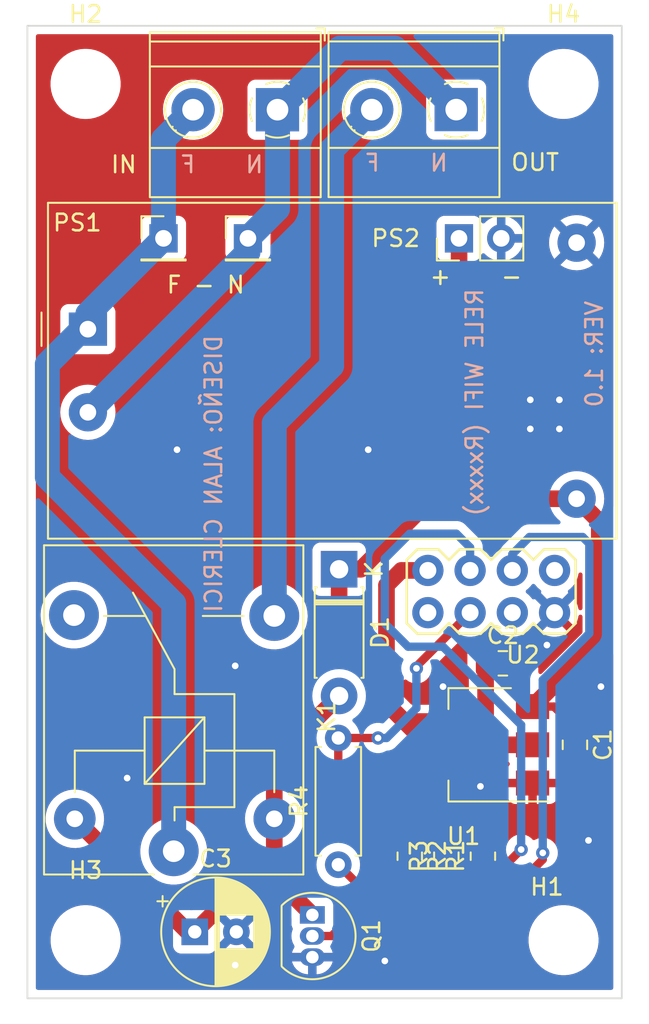
<source format=kicad_pcb>
(kicad_pcb (version 20211014) (generator pcbnew)
  (layers (0 "F.Cu" signal) (31 "B.Cu" signal) (34 "B.Paste" user) (35 "F.Paste" user) (36 "B.SilkS" user "B.Silkscreen") (37 "F.SilkS" user "F.Silkscreen") (38 "B.Mask" user) (39 "F.Mask" user) (44 "Edge.Cuts" user))
  (net 0 "")
  (net 1 "+5V")
  (net 2 "GND")
  (net 3 "+3.3V")
  (net 4 "Net-(D1-Pad2)")
  (net 5 "AC")
  (net 6 "Earth")
  (net 7 "Net-(J5-Pad2)")
  (net 9 "Net-(Q1-Pad2)")
  (net 10 "Net-(R1-Pad1)")
  (net 11 "out")
  (net 12 "Net-(R3-Pad1)")
  (footprint "Package_TO_SOT_THT:TO-92_Inline" (layer "F.Cu") (at 100.14 90.73 -90)
    (fp_text reference "Q1" (at 1.27 -3.56 90) (layer "F.SilkS"))
    (fp_text value "BC548")
    (fp_line (start -0.53 1.85) (end 3.07 1.85) (layer "F.SilkS") (width 0.12))
    (fp_arc (start 1.27 -2.6) (mid 3.672087 -0.994977) (end 3.108478 1.838478) (layer "F.SilkS") (width 0.12))
    (fp_arc (start -0.568478 1.838478) (mid -1.132087 -0.994977) (end 1.27 -2.6) (layer "F.SilkS") (width 0.12))
    (pad "1" thru_hole rect (at 0 0 270) (size 1.05 1.5) (drill 0.75) (layers *.Cu *.Mask) (net 4 "Net-(D1-Pad2)"))
    (pad "2" thru_hole oval (at 1.27 0 270) (size 1.05 1.5) (drill 0.75) (layers *.Cu *.Mask) (net 9 "Net-(Q1-Pad2)"))
    (pad "3" thru_hole oval (at 2.54 0 270) (size 1.05 1.5) (drill 0.75) (layers *.Cu *.Mask) (net 2 "GND"))
  )
  (footprint "MountingHole:MountingHole_3.2mm_M3" (layer "F.Cu") (at 86.5 40.75)
    (fp_text reference "H2" (at 0 -4.2) (layer "F.SilkS"))
    (fp_text value "MountingHole")
    (pad "" np_thru_hole circle (at 0 0) (size 3.2 3.2) (drill 3.2) (layers *.Cu *.Mask))
  )
  (footprint "Resistor_THT:R_Axial_DIN0207_L6.3mm_D2.5mm_P7.62mm_Horizontal" (layer "F.Cu") (at 101.7 87.71 90)
    (fp_text reference "R4" (at 3.81 -2.37 90) (layer "F.SilkS"))
    (fp_text value "3K9")
    (fp_line (start 0.54 1.37) (end 7.08 1.37) (layer "F.SilkS") (width 0.12))
    (fp_line (start 0.54 1.04) (end 0.54 1.37) (layer "F.SilkS") (width 0.12))
    (fp_line (start 0.54 -1.04) (end 0.54 -1.37) (layer "F.SilkS") (width 0.12))
    (fp_line (start 0.54 -1.37) (end 7.08 -1.37) (layer "F.SilkS") (width 0.12))
    (fp_line (start 7.08 -1.37) (end 7.08 -1.04) (layer "F.SilkS") (width 0.12))
    (fp_line (start 7.08 1.37) (end 7.08 1.04) (layer "F.SilkS") (width 0.12))
    (pad "1" thru_hole circle (at 0 0 90) (size 1.6 1.6) (drill 0.8) (layers *.Cu *.Mask) (net 9 "Net-(Q1-Pad2)"))
    (pad "2" thru_hole oval (at 7.62 0 90) (size 1.6 1.6) (drill 0.8) (layers *.Cu *.Mask) (net 11 "out"))
  )
  (footprint "Resistor_SMD:R_0805_2012Metric_Pad1.20x1.40mm_HandSolder" (layer "F.Cu") (at 108.2 87.2 90)
    (fp_text reference "R3" (at 0 -1.65 90) (layer "F.SilkS"))
    (fp_text value "10K")
    (fp_line (start -0.227064 0.735) (end 0.227064 0.735) (layer "F.SilkS") (width 0.12))
    (fp_line (start -0.227064 -0.735) (end 0.227064 -0.735) (layer "F.SilkS") (width 0.12))
    (pad "1" smd roundrect (at -1 0 90) (size 1.2 1.4) (layers "F.Cu" "F.Paste" "F.Mask") (roundrect_rratio 0.208333) (net 12 "Net-(R3-Pad1)"))
    (pad "2" smd roundrect (at 1 0 90) (size 1.2 1.4) (layers "F.Cu" "F.Paste" "F.Mask") (roundrect_rratio 0.208333) (net 3 "+3.3V"))
  )
  (footprint "MountingHole:MountingHole_3.2mm_M3" (layer "F.Cu") (at 115.25 92.25)
    (fp_text reference "H1" (at -1 -3.2) (layer "F.SilkS"))
    (fp_text value "MountingHole")
    (pad "" np_thru_hole circle (at 0 0) (size 3.2 3.2) (drill 3.2) (layers *.Cu *.Mask))
  )
  (footprint "footprints:ESP-01" (layer "F.Cu") (at 110.9 71.28135 180)
    (fp_text reference "U2" (at -1.905 -3.81 180) (layer "F.SilkS"))
    (fp_text value "ESP-01")
    (fp_line (start 2.54 1.905) (end 3.175 2.54) (layer "F.SilkS") (width 0.1524))
    (fp_line (start 0 -1.905) (end 0.635 -2.54) (layer "F.SilkS") (width 0.1524))
    (fp_line (start -1.905 2.54) (end -0.635 2.54) (layer "F.SilkS") (width 0.1524))
    (fp_line (start -3.175 2.54) (end -2.54 1.905) (layer "F.SilkS") (width 0.1524))
    (fp_line (start 4.445 -2.54) (end 5.08 -1.905) (layer "F.SilkS") (width 0.1524))
    (fp_line (start -3.175 -2.54) (end -2.54 -1.905) (layer "F.SilkS") (width 0.1524))
    (fp_line (start 1.905 2.54) (end 2.54 1.905) (layer "F.SilkS") (width 0.1524))
    (fp_line (start -2.54 -1.905) (end -1.905 -2.54) (layer "F.SilkS") (width 0.1524))
    (fp_line (start 2.54 -1.905) (end 3.175 -2.54) (layer "F.SilkS") (width 0.1524))
    (fp_line (start 5.08 -1.905) (end 5.08 1.905) (layer "F.SilkS") (width 0.1524))
    (fp_line (start 0.635 2.54) (end 1.905 2.54) (layer "F.SilkS") (width 0.1524))
    (fp_line (start -5.08 1.905) (end -5.08 -1.905) (layer "F.SilkS") (width 0.1524))
    (fp_line (start 0.635 -2.54) (end 1.905 -2.54) (layer "F.SilkS") (width 0.1524))
    (fp_line (start 3.175 -2.54) (end 4.445 -2.54) (layer "F.SilkS") (width 0.1524))
    (fp_line (start 0 1.905) (end 0.635 2.54) (layer "F.SilkS") (width 0.1524))
    (fp_line (start 3.175 2.54) (end 4.445 2.54) (layer "F.SilkS") (width 0.1524))
    (fp_line (start -5.08 -1.905) (end -4.445 -2.54) (layer "F.SilkS") (width 0.1524))
    (fp_line (start -2.54 1.905) (end -1.905 2.54) (layer "F.SilkS") (width 0.1524))
    (fp_line (start 1.905 -2.54) (end 2.54 -1.905) (layer "F.SilkS") (width 0.1524))
    (fp_line (start -4.445 2.54) (end -3.175 2.54) (layer "F.SilkS") (width 0.1524))
    (fp_line (start -4.445 -2.54) (end -3.175 -2.54) (layer "F.SilkS") (width 0.1524))
    (fp_line (start 4.445 2.54) (end 5.08 1.905) (layer "F.SilkS") (width 0.1524))
    (fp_line (start -0.635 -2.54) (end 0 -1.905) (layer "F.SilkS") (width 0.1524))
    (fp_line (start -1.905 -2.54) (end -0.635 -2.54) (layer "F.SilkS") (width 0.1524))
    (fp_line (start -0.635 2.54) (end 0 1.905) (layer "F.SilkS") (width 0.1524))
    (fp_line (start -5.08 1.905) (end -4.445 2.54) (layer "F.SilkS") (width 0.1524))
    (pad "1" thru_hole circle (at -3.81 1.27 180) (size 1.8796 1.8796) (drill 1.016) (layers *.Cu *.Mask))
    (pad "2" thru_hole circle (at -3.81 -1.27 180) (size 1.8796 1.8796) (drill 1.016) (layers *.Cu *.Mask) (net 2 "GND"))
    (pad "3" thru_hole circle (at -1.27 1.27 180) (size 1.8796 1.8796) (drill 1.016) (layers *.Cu *.Mask) (net 12 "Net-(R3-Pad1)"))
    (pad "4" thru_hole circle (at -1.27 -1.27 180) (size 1.8796 1.8796) (drill 1.016) (layers *.Cu *.Mask))
    (pad "5" thru_hole circle (at 1.27 1.27 180) (size 1.8796 1.8796) (drill 1.016) (layers *.Cu *.Mask) (net 10 "Net-(R1-Pad1)"))
    (pad "6" thru_hole circle (at 1.27 -1.27 180) (size 1.8796 1.8796) (drill 1.016) (layers *.Cu *.Mask) (net 11 "out"))
    (pad "7" thru_hole circle (at 3.81 1.27 180) (size 1.8796 1.8796) (drill 1.016) (layers *.Cu *.Mask) (net 3 "+3.3V"))
    (pad "8" thru_hole circle (at 3.81 -1.27 180) (size 1.8796 1.8796) (drill 1.016) (layers *.Cu *.Mask))
  )
  (footprint "Package_TO_SOT_SMD:SOT-223-3_TabPin2" (layer "F.Cu") (at 110.236 80.5 180)
    (fp_text reference "U1" (at 1 -5.5) (layer "F.SilkS"))
    (fp_text value "AP1117-33")
    (fp_line (start 1.91 3.41) (end 1.91 2.15) (layer "F.SilkS") (width 0.12))
    (fp_line (start 1.91 -3.41) (end 1.91 -2.15) (layer "F.SilkS") (width 0.12))
    (fp_line (start -1.85 3.41) (end 1.91 3.41) (layer "F.SilkS") (width 0.12))
    (fp_line (start -4.1 -3.41) (end 1.91 -3.41) (layer "F.SilkS") (width 0.12))
    (pad "1" smd rect (at -3.15 -2.3 180) (size 2 1.5) (layers "F.Cu" "F.Paste" "F.Mask") (net 2 "GND"))
    (pad "2" smd rect (at 3.15 0 180) (size 2 3.8) (layers "F.Cu" "F.Paste" "F.Mask") (net 3 "+3.3V"))
    (pad "2" smd rect (at -3.15 0 180) (size 2 1.5) (layers "F.Cu" "F.Paste" "F.Mask") (net 3 "+3.3V"))
    (pad "3" smd rect (at -3.15 2.3 180) (size 2 1.5) (layers "F.Cu" "F.Paste" "F.Mask") (net 1 "+5V"))
  )
  (footprint "TerminalBlock_Phoenix:TerminalBlock_Phoenix_MKDS-1,5-2-5.08_1x02_P5.08mm_Horizontal" (layer "F.Cu") (at 108.795 42.295 180)
    (fp_text reference "OUT" (at -4.743 -3.171) (layer "F.SilkS"))
    (fp_text value "Screw_Terminal_01x02")
    (fp_line (start 3.853 1.023) (end 3.806 1.069) (layer "F.SilkS") (width 0.12))
    (fp_line (start 7.68 -5.261) (end 7.68 4.66) (layer "F.SilkS") (width 0.12))
    (fp_line (start 6.355 -1.069) (end 6.308 -1.023) (layer "F.SilkS") (width 0.12))
    (fp_line (start -2.6 4.1) (end 7.68 4.1) (layer "F.SilkS") (width 0.12))
    (fp_line (start -2.6 4.66) (end 7.68 4.66) (layer "F.SilkS") (width 0.12))
    (fp_line (start -2.6 -5.261) (end -2.6 4.66) (layer "F.SilkS") (width 0.12))
    (fp_line (start -2.6 2.6) (end 7.68 2.6) (layer "F.SilkS") (width 0.12))
    (fp_line (start 6.15 -1.275) (end 6.115 -1.239) (layer "F.SilkS") (width 0.12))
    (fp_line (start -2.84 4.9) (end -2.34 4.9) (layer "F.SilkS") (width 0.12))
    (fp_line (start -2.84 4.16) (end -2.84 4.9) (layer "F.SilkS") (width 0.12))
    (fp_line (start 4.046 1.239) (end 4.011 1.274) (layer "F.SilkS") (width 0.12))
    (fp_line (start -2.6 -2.301) (end 7.68 -2.301) (layer "F.SilkS") (width 0.12))
    (fp_line (start -2.6 -5.261) (end 7.68 -5.261) (layer "F.SilkS") (width 0.12))
    (fp_arc (start -1.535427 0.683042) (mid -1.680501 -0.000524) (end -1.535 -0.684) (layer "F.SilkS") (width 0.12))
    (fp_arc (start -0.683042 -1.535427) (mid 0.000524 -1.680501) (end 0.684 -1.535) (layer "F.SilkS") (width 0.12))
    (fp_arc (start 1.535427 -0.683042) (mid 1.680501 0.000524) (end 1.535 0.684) (layer "F.SilkS") (width 0.12))
    (fp_arc (start 0.683318 1.534756) (mid 0.349292 1.643288) (end 0 1.68) (layer "F.SilkS") (width 0.12))
    (fp_arc (start 0.028805 1.680253) (mid -0.335551 1.646659) (end -0.684 1.535) (layer "F.SilkS") (width 0.12))
    (fp_circle (center 5.08 0) (end 6.76 0) (layer "F.SilkS") (width 0.12) (fill none))
    (pad "1" thru_hole rect (at 0 0 180) (size 2.6 2.6) (drill 1.3) (layers *.Cu *.Mask) (net 6 "Earth"))
    (pad "2" thru_hole circle (at 5.08 0 180) (size 2.6 2.6) (drill 1.3) (layers *.Cu *.Mask) (net 7 "Net-(J5-Pad2)"))
  )
  (footprint "Connector_PinHeader_2.54mm:PinHeader_1x02_P2.54mm_Vertical" (layer "F.Cu") (at 108.961 50.038 90)
    (fp_text reference "+    -" (at -2.286 1.021 180) (layer "F.SilkS"))
    (fp_text value "Conn_01x02_Male")
    (fp_line (start -1.33 1.27) (end 1.33 1.27) (layer "F.SilkS") (width 0.12))
    (fp_line (start 1.33 1.27) (end 1.33 3.87) (layer "F.SilkS") (width 0.12))
    (fp_line (start -1.33 1.27) (end -1.33 3.87) (layer "F.SilkS") (width 0.12))
    (fp_line (start -1.33 3.87) (end 1.33 3.87) (layer "F.SilkS") (width 0.12))
    (fp_line (start -1.33 0) (end -1.33 -1.33) (layer "F.SilkS") (width 0.12))
    (fp_line (start -1.33 -1.33) (end 0 -1.33) (layer "F.SilkS") (width 0.12))
    (pad "1" thru_hole rect (at 0 0 90) (size 1.7 1.7) (drill 1) (layers *.Cu *.Mask) (net 1 "+5V"))
    (pad "2" thru_hole oval (at 0 2.54 90) (size 1.7 1.7) (drill 1) (layers *.Cu *.Mask) (net 2 "GND"))
  )
  (footprint "Converter_ACDC:Converter_ACDC_HiLink_HLK-PMxx" (layer "F.Cu") (at 86.6375 55.5)
    (fp_text reference "PS1" (at -0.6375 -6.4 180) (layer "F.SilkS"))
    (fp_text value "HLK-PM01")
    (fp_line (start 31.8 -7.6) (end -2.4 -7.6) (layer "F.SilkS") (width 0.12))
    (fp_line (start -2.4 12.6) (end 31.8 12.6) (layer "F.SilkS") (width 0.12))
    (fp_line (start -2.4 -7.6) (end -2.4 12.6) (layer "F.SilkS") (width 0.12))
    (fp_line (start 31.8 12.6) (end 31.8 -7.6) (layer "F.SilkS") (width 0.12))
    (fp_line (start -2.79 -1) (end -2.79 1.01) (layer "F.SilkS") (width 0.12))
    (pad "1" thru_hole rect (at 0 0) (size 2.3 2) (drill 1) (layers *.Cu *.Mask) (net 5 "AC"))
    (pad "2" thru_hole circle (at 0 5) (size 2.3 2.3) (drill 1) (layers *.Cu *.Mask) (net 6 "Earth"))
    (pad "3" thru_hole circle (at 29.4 -5.2) (size 2.3 2.3) (drill 1) (layers *.Cu *.Mask) (net 2 "GND"))
    (pad "4" thru_hole circle (at 29.4 10.2) (size 2.3 2.3) (drill 1) (layers *.Cu *.Mask) (net 1 "+5V"))
  )
  (footprint "MountingHole:MountingHole_3.2mm_M3" (layer "F.Cu") (at 86.5 92.25)
    (fp_text reference "H3" (at 0 -4.2) (layer "F.SilkS"))
    (fp_text value "MountingHole")
    (pad "" np_thru_hole circle (at 0 0) (size 3.2 3.2) (drill 3.2) (layers *.Cu *.Mask))
  )
  (footprint "Relay_THT:Relay_SPDT_SANYOU_SRD_Series_Form_C" (layer "F.Cu") (at 91.8 86.9 90)
    (fp_text reference "K1" (at 8.1 9.2 90) (layer "F.SilkS"))
    (fp_text value "SANYOU_SRD_Form_C")
    (fp_line (start 6.05 1.85) (end 6.05 6.05) (layer "F.SilkS") (width 0.12))
    (fp_line (start 4.05 1.85) (end 4.05 -1.75) (layer "F.SilkS") (width 0.12))
    (fp_line (start 9.45 3.65) (end 2.65 3.65) (layer "F.SilkS") (width 0.12))
    (fp_line (start 10.95 0.05) (end 15.55 -2.45) (layer "F.SilkS") (width 0.12))
    (fp_line (start 8.05 1.85) (end 4.05 -1.75) (layer "F.SilkS") (width 0.12))
    (fp_line (start 14.15 -4.2) (end 14.15 -1.7) (layer "F.SilkS") (width 0.12))
    (fp_line (start -1.4 -7.8) (end -1.4 -1.2) (layer "F.SilkS") (width 0.12))
    (fp_line (start 3.55 6.05) (end 6.05 6.05) (layer "F.SilkS") (width 0.12))
    (fp_line (start 9.45 0.05) (end 10.95 0.05) (layer "F.SilkS") (width 0.12))
    (fp_line (start 6.05 -5.95) (end 6.05 -1.75) (layer "F.SilkS") (width 0.12))
    (fp_line (start 14.15 4.2) (end 14.15 1.75) (layer "F.SilkS") (width 0.12))
    (fp_line (start 8.05 -1.75) (end 8.05 1.85) (layer "F.SilkS") (width 0.12))
    (fp_line (start 9.45 0.05) (end 9.45 3.65) (layer "F.SilkS") (width 0.12))
    (fp_line (start 8.05 1.85) (end 4.05 1.85) (layer "F.SilkS") (width 0.12))
    (fp_line (start 18.4 -7.8) (end 18.4 7.8) (layer "F.SilkS") (width 0.12))
    (fp_line (start 4.05 -1.75) (end 8.05 -1.75) (layer "F.SilkS") (width 0.12))
    (fp_line (start -1.4 -7.8) (end 18.4 -7.8) (layer "F.SilkS") (width 0.12))
    (fp_line (start 2.65 0.05) (end 2.65 3.65) (layer "F.SilkS") (width 0.12))
    (fp_line (start -1.4 1.2) (end -1.4 7.8) (layer "F.SilkS") (width 0.12))
    (fp_line (start 2.65 0.05) (end 1.85 0.05) (layer "F.SilkS") (width 0.12))
    (fp_line (start 6.05 -5.95) (end 3.55 -5.95) (layer "F.SilkS") (width 0.12))
    (fp_line (start 18.4 7.8) (end -1.4 7.8) (layer "F.SilkS") (width 0.12))
    (pad "1" thru_hole circle (at 0 0 180) (size 3 3) (drill 1.3) (layers *.Cu *.Mask) (net 5 "AC"))
    (pad "2" thru_hole circle (at 1.95 6.05 180) (size 2.5 2.5) (drill 1) (layers *.Cu *.Mask) (net 4 "Net-(D1-Pad2)"))
    (pad "3" thru_hole circle (at 14.15 6.05 180) (size 3 3) (drill 1.3) (layers *.Cu *.Mask) (net 7 "Net-(J5-Pad2)"))
    (pad "4" thru_hole circle (at 14.2 -6 180) (size 3 3) (drill 1.3) (layers *.Cu *.Mask))
    (pad "5" thru_hole circle (at 1.95 -5.95 180) (size 2.5 2.5) (drill 1) (layers *.Cu *.Mask) (net 1 "+5V"))
  )
  (footprint "Capacitor_SMD:C_0805_2012Metric_Pad1.18x1.45mm_HandSolder" (layer "F.Cu") (at 115.936 80.5 -90)
    (fp_text reference "C1" (at 0 -1.68 90) (layer "F.SilkS"))
    (fp_text value "4,7uF")
    (fp_line (start -0.261252 0.735) (end 0.261252 0.735) (layer "F.SilkS") (width 0.12))
    (fp_line (start -0.261252 -0.735) (end 0.261252 -0.735) (layer "F.SilkS") (width 0.12))
    (pad "1" smd roundrect (at -1.0375 0 270) (size 1.175 1.45) (layers "F.Cu" "F.Paste" "F.Mask") (roundrect_rratio 0.212766) (net 1 "+5V"))
    (pad "2" smd roundrect (at 1.0375 0 270) (size 1.175 1.45) (layers "F.Cu" "F.Paste" "F.Mask") (roundrect_rratio 0.212766) (net 2 "GND"))
  )
  (footprint "Capacitor_SMD:C_0805_2012Metric_Pad1.18x1.45mm_HandSolder" (layer "F.Cu") (at 111.6 75.6)
    (fp_text reference "C2" (at 0 -1.68) (layer "F.SilkS"))
    (fp_text value "4,7uF")
    (fp_line (start -0.261252 -0.735) (end 0.261252 -0.735) (layer "F.SilkS") (width 0.12))
    (fp_line (start -0.261252 0.735) (end 0.261252 0.735) (layer "F.SilkS") (width 0.12))
    (pad "1" smd roundrect (at -1.0375 0) (size 1.175 1.45) (layers "F.Cu" "F.Paste" "F.Mask") (roundrect_rratio 0.212766) (net 3 "+3.3V"))
    (pad "2" smd roundrect (at 1.0375 0) (size 1.175 1.45) (layers "F.Cu" "F.Paste" "F.Mask") (roundrect_rratio 0.212766) (net 2 "GND"))
  )
  (footprint "MountingHole:MountingHole_3.2mm_M3" (layer "F.Cu") (at 115.25 40.75)
    (fp_text reference "H4" (at 0 -4.2) (layer "F.SilkS"))
    (fp_text value "MountingHole")
    (pad "" np_thru_hole circle (at 0 0) (size 3.2 3.2) (drill 3.2) (layers *.Cu *.Mask))
  )
  (footprint "Connector_PinHeader_2.54mm:PinHeader_1x01_P2.54mm_Vertical" (layer "F.Cu") (at 96.266 50.038)
    (fp_text reference "PS2" (at 8.89 0) (layer "F.SilkS"))
    (fp_text value "Conn_01x01_Male")
    (fp_line (start -1.33 1.33) (end 1.33 1.33) (layer "F.SilkS") (width 0.12))
    (fp_line (start -1.33 0) (end -1.33 -1.33) (layer "F.SilkS") (width 0.12))
    (fp_line (start -1.33 1.27) (end -1.33 1.33) (layer "F.SilkS") (width 0.12))
    (fp_line (start -1.33 1.27) (end 1.33 1.27) (layer "F.SilkS") (width 0.12))
    (fp_line (start 1.33 1.27) (end 1.33 1.33) (layer "F.SilkS") (width 0.12))
    (fp_line (start -1.33 -1.33) (end 0 -1.33) (layer "F.SilkS") (width 0.12))
    (pad "1" thru_hole rect (at 0 0) (size 1.7 1.7) (drill 1) (layers *.Cu *.Mask) (net 6 "Earth"))
  )
  (footprint "Connector_PinHeader_2.54mm:PinHeader_1x01_P2.54mm_Vertical" (layer "F.Cu") (at 91.186 50.038)
    (fp_text reference "F - N" (at 2.54 2.794) (layer "F.SilkS"))
    (fp_text value "Conn_01x01_Male")
    (fp_line (start -1.33 1.27) (end 1.33 1.27) (layer "F.SilkS") (width 0.12))
    (fp_line (start -1.33 1.27) (end -1.33 1.33) (layer "F.SilkS") (width 0.12))
    (fp_line (start 1.33 1.27) (end 1.33 1.33) (layer "F.SilkS") (width 0.12))
    (fp_line (start -1.33 1.33) (end 1.33 1.33) (layer "F.SilkS") (width 0.12))
    (fp_line (start -1.33 0) (end -1.33 -1.33) (layer "F.SilkS") (width 0.12))
    (fp_line (start -1.33 -1.33) (end 0 -1.33) (layer "F.SilkS") (width 0.12))
    (pad "1" thru_hole rect (at 0 0) (size 1.7 1.7) (drill 1) (layers *.Cu *.Mask) (net 5 "AC"))
  )
  (footprint "Diode_THT:D_DO-41_SOD81_P7.62mm_Horizontal" (layer "F.Cu") (at 101.75 69.94 -90)
    (fp_text reference "D1" (at 3.81 -2.47 90) (layer "F.SilkS"))
    (fp_text value "1N4007")
    (fp_text user "K" (at 0 -2.1 90) (layer "F.SilkS"))
    (fp_line (start 6.53 -1.47) (end 6.53 -1.34) (layer "F.SilkS") (width 0.12))
    (fp_line (start 2.11 -1.47) (end 2.11 1.47) (layer "F.SilkS") (width 0.12))
    (fp_line (start 1.09 -1.47) (end 6.53 -1.47) (layer "F.SilkS") (width 0.12))
    (fp_line (start 1.09 1.47) (end 6.53 1.47) (layer "F.SilkS") (width 0.12))
    (fp_line (start 1.09 -1.34) (end 1.09 -1.47) (layer "F.SilkS") (width 0.12))
    (fp_line (start 1.99 -1.47) (end 1.99 1.47) (layer "F.SilkS") (width 0.12))
    (fp_line (start 1.87 -1.47) (end 1.87 1.47) (layer "F.SilkS") (width 0.12))
    (fp_line (start 6.53 1.47) (end 6.53 1.34) (layer "F.SilkS") (width 0.12))
    (fp_line (start 1.09 1.34) (end 1.09 1.47) (layer "F.SilkS") (width 0.12))
    (pad "1" thru_hole rect (at 0 0 270) (size 2.2 2.2) (drill 1.1) (layers *.Cu *.Mask) (net 1 "+5V"))
    (pad "2" thru_hole oval (at 7.62 0 270) (size 2.2 2.2) (drill 1.1) (layers *.Cu *.Mask) (net 4 "Net-(D1-Pad2)"))
  )
  (footprint "Resistor_SMD:R_0805_2012Metric_Pad1.20x1.40mm_HandSolder" (layer "F.Cu") (at 106 87.2 -90)
    (fp_text reference "R2" (at 0 -1.65 90) (layer "F.SilkS"))
    (fp_text value "10K")
    (fp_line (start -0.227064 -0.735) (end 0.227064 -0.735) (layer "F.SilkS") (width 0.12))
    (fp_line (start -0.227064 0.735) (end 0.227064 0.735) (layer "F.SilkS") (width 0.12))
    (pad "1" smd roundrect (at -1 0 270) (size 1.2 1.4) (layers "F.Cu" "F.Paste" "F.Mask") (roundrect_rratio 0.208333) (net 3 "+3.3V"))
    (pad "2" smd roundrect (at 1 0 270) (size 1.2 1.4) (layers "F.Cu" "F.Paste" "F.Mask") (roundrect_rratio 0.208333) (net 11 "out"))
  )
  (footprint "Capacitor_THT:CP_Radial_D6.3mm_P2.50mm" (layer "F.Cu") (at 93.067621 91.75)
    (fp_text reference "C3" (at 1.25 -4.4) (layer "F.SilkS"))
    (fp_text value "220uF")
    (fp_line (start 2.651 -2.916) (end 2.651 -1.04) (layer "F.SilkS") (width 0.12))
    (fp_line (start 3.691 -2.137) (end 3.691 2.137) (layer "F.SilkS") (width 0.12))
    (fp_line (start 2.411 1.04) (end 2.411 3.018) (layer "F.SilkS") (width 0.12))
    (fp_line (start 3.491 -2.343) (end 3.491 -1.04) (layer "F.SilkS") (width 0.12))
    (fp_line (start 1.73 1.04) (end 1.73 3.195) (layer "F.SilkS") (width 0.12))
    (fp_line (start 3.131 -2.636) (end 3.131 -1.04) (layer "F.SilkS") (width 0.12))
    (fp_line (start 2.571 1.04) (end 2.571 2.952) (layer "F.SilkS") (width 0.12))
    (fp_line (start 2.371 1.04) (end 2.371 3.033) (layer "F.SilkS") (width 0.12))
    (fp_line (start 3.051 -2.69) (end 3.051 -1.04) (layer "F.SilkS") (width 0.12))
    (fp_line (start 2.451 -3.002) (end 2.451 -1.04) (layer "F.SilkS") (width 0.12))
    (fp_line (start 1.45 -3.224) (end 1.45 3.224) (layer "F.SilkS") (width 0.12))
    (fp_line (start 2.531 -2.97) (end 2.531 -1.04) (layer "F.SilkS") (width 0.12))
    (fp_line (start 3.291 -2.516) (end 3.291 -1.04) (layer "F.SilkS") (width 0.12))
    (fp_line (start 3.091 1.04) (end 3.091 2.664) (layer "F.SilkS") (width 0.12))
    (fp_line (start 2.771 -2.856) (end 2.771 -1.04) (layer "F.SilkS") (width 0.12))
    (fp_line (start 2.851 -2.812) (end 2.851 -1.04) (layer "F.SilkS") (width 0.12))
    (fp_line (start 2.691 -2.896) (end 2.691 -1.04) (layer "F.SilkS") (width 0.12))
    (fp_line (start 2.571 -2.952) (end 2.571 -1.04) (layer "F.SilkS") (width 0.12))
    (fp_line (start 2.451 1.04) (end 2.451 3.002) (layer "F.SilkS") (width 0.12))
    (fp_line (start 3.051 1.04) (end 3.051 2.69) (layer "F.SilkS") (width 0.12))
    (fp_line (start 2.211 1.04) (end 2.211 3.086) (layer "F.SilkS") (width 0.12))
    (fp_line (start 3.331 1.04) (end 3.331 2.484) (layer "F.SilkS") (width 0.12))
    (fp_line (start 1.81 1.04) (end 1.81 3.182) (layer "F.SilkS") (width 0.12))
    (fp_line (start 2.971 -2.742) (end 2.971 -1.04) (layer "F.SilkS") (width 0.12))
    (fp_line (start 3.211 -2.578) (end 3.211 -1.04) (layer "F.SilkS") (width 0.12))
    (fp_line (start 1.33 -3.23) (end 1.33 3.23) (layer "F.SilkS") (width 0.12))
    (fp_line (start 1.77 -3.189) (end 1.77 -1.04) (layer "F.SilkS") (width 0.12))
    (fp_line (start 1.89 -3.167) (end 1.89 -1.04) (layer "F.SilkS") (width 0.12))
    (fp_line (start 2.691 1.04) (end 2.691 2.896) (layer "F.SilkS") (width 0.12))
    (fp_line (start 3.211 1.04) (end 3.211 2.578) (layer "F.SilkS") (width 0.12))
    (fp_line (start 1.93 1.04) (end 1.93 3.159) (layer "F.SilkS") (width 0.12))
    (fp_line (start 4.091 -1.581) (end 4.091 1.581) (layer "F.SilkS") (width 0.12))
    (fp_line (start 4.131 -1.509) (end 4.131 1.509) (layer "F.SilkS") (width 0.12))
    (fp_line (start 3.491 1.04) (end 3.491 2.343) (layer "F.SilkS") (width 0.12))
    (fp_line (start 3.011 -2.716) (end 3.011 -1.04) (layer "F.SilkS") (width 0.12))
    (fp_line (start 1.69 1.04) (end 1.69 3.201) (layer "F.SilkS") (width 0.12))
    (fp_line (start 1.971 -3.15) (end 1.971 -1.04) (layer "F.SilkS") (width 0.12))
    (fp_line (start 2.371 -3.033) (end 2.371 -1.04) (layer "F.SilkS") (width 0.12))
    (fp_line (start 2.131 1.04) (end 2.131 3.11) (layer "F.SilkS") (width 0.12))
    (fp_line (start 2.891 -2.79) (end 2.891 -1.04) (layer "F.SilkS") (width 0.12))
    (fp_line (start 2.331 1.04) (end 2.331 3.047) (layer "F.SilkS") (width 0.12))
    (fp_line (start 3.611 -2.224) (end 3.611 2.224) (layer "F.SilkS") (width 0.12))
    (fp_line (start 3.371 1.04) (end 3.371 2.45) (layer "F.SilkS") (width 0.12))
    (fp_line (start 3.971 -1.776) (end 3.971 1.776) (layer "F.SilkS") (width 0.12))
    (fp_line (start 2.251 1.04) (end 2.251 3.074) (layer "F.SilkS") (width 0.12))
    (fp_line (start 1.49 1.04) (end 1.49 3.222) (layer "F.SilkS") (width 0.12))
    (fp_line (start -2.250241 -1.839) (end -1.620241 -1.839) (layer "F.SilkS") (width 0.12))
    (fp_line (start 1.77 1.04) (end 1.77 3.189) (layer "F.SilkS") (width 0.12))
    (fp_line (start 2.411 -3.018) (end 2.411 -1.04) (layer "F.SilkS") (width 0.12))
    (fp_line (start 3.331 -2.484) (end 3.331 -1.04) (layer "F.SilkS") (width 0.12))
    (fp_line (start 3.731 -2.092) (end 3.731 2.092) (layer "F.SilkS") (width 0.12))
    (fp_line (start 2.131 -3.11) (end 2.131 -1.04) (layer "F.SilkS") (width 0.12))
    (fp_line (start 2.291 1.04) (end 2.291 3.061) (layer "F.SilkS") (width 0.12))
    (fp_line (start 3.571 -2.265) (end 3.571 2.265) (layer "F.SilkS") (width 0.12))
    (fp_line (start 3.531 1.04) (end 3.531 2.305) (layer "F.SilkS") (width 0.12))
    (fp_line (start 1.69 -3.201) (end 1.69 -1.04) (layer "F.SilkS") (width 0.12))
    (fp_line (start 2.171 -3.098) (end 2.171 -1.04) (layer "F.SilkS") (width 0.12))
    (fp_line (start 1.81 -3.182) (end 1.81 -1.04) (layer "F.SilkS") (width 0.12))
    (fp_line (start 2.611 -2.934) (end 2.611 -1.04) (layer "F.SilkS") (width 0.12))
    (fp_line (start 3.171 1.04) (end 3.171 2.607) (layer "F.SilkS") (width 0.12))
    (fp_line (start 4.211 -1.35) (end 4.211 1.35) (layer "F.SilkS") (width 0.12))
    (fp_line (start 1.85 -3.175) (end 1.85 -1.04) (layer "F.SilkS") (width 0.12))
    (fp_line (start 3.131 1.04) (end 3.131 2.636) (layer "F.SilkS") (width 0.12))
    (fp_line (start 3.411 -2.416) (end 3.411 -1.04) (layer "F.SilkS") (width 0.12))
    (fp_line (start 4.491 -0.402) (end 4.491 0.402) (layer "F.SilkS") (width 0.12))
    (fp_line (start 2.851 1.04) (end 2.851 2.812) (layer "F.SilkS") (width 0.12))
    (fp_line (start 1.89 1.04) (end 1.89 3.167) (layer "F.SilkS") (width 0.12))
    (fp_line (start 3.891 -1.89) (end 3.891 1.89) (layer "F.SilkS") (width 0.12))
    (fp_line (start 3.771 -2.044) (end 3.771 2.044) (layer "F.SilkS") (width 0.12))
    (fp_line (start 2.731 1.04) (end 2.731 2.876) (layer "F.SilkS") (width 0.12))
    (fp_line (start 2.731 -2.876) (end 2.731 -1.04) (layer "F.SilkS") (width 0.12))
    (fp_line (start 2.491 1.04) (end 2.491 2.986) (layer "F.SilkS") (width 0.12))
    (fp_line (start 3.251 1.04) (end 3.251 2.548) (layer "F.SilkS") (width 0.12))
    (fp_line (start 2.651 1.04) (end 2.651 2.916) (layer "F.SilkS") (width 0.12))
    (fp_line (start 3.291 1.04) (end 3.291 2.516) (layer "F.SilkS") (width 0.12))
    (fp_line (start 3.091 -2.664) (end 3.091 -1.04) (layer "F.SilkS") (width 0.12))
    (fp_line (start 3.931 -1.834) (end 3.931 1.834) (layer "F.SilkS") (width 0.12))
    (fp_line (start 4.371 -0.94) (end 4.371 0.94) (layer "F.SilkS") (width 0.12))
    (fp_line (start 2.491 -2.986) (end 2.491 -1.04) (layer "F.SilkS") (width 0.12))
    (fp_line (start 1.73 -3.195) (end 1.73 -1.04) (layer "F.SilkS") (width 0.12))
    (fp_line (start 2.611 1.04) (end 2.611 2.934) (layer "F.SilkS") (width 0.12))
    (fp_line (start 1.37 -3.228) (end 1.37 3.228) (layer "F.SilkS") (width 0.12))
    (fp_line (start 1.65 -3.206) (end 1.65 -1.04) (layer "F.SilkS") (width 0.12))
    (fp_line (start 1.971 1.04) (end 1.971 3.15) (layer "F.SilkS") (width 0.12))
    (fp_line (start 1.25 -3.23) (end 1.25 3.23) (layer "F.SilkS") (width 0.12))
    (fp_line (start 2.891 1.04) (end 2.891 2.79) (layer "F.SilkS") (width 0.12))
    (fp_line (start 3.171 -2.607) (end 3.171 -1.04) (layer "F.SilkS") (width 0.12))
    (fp_line (start 2.811 1.04) (end 2.811 2.834) (layer "F.SilkS") (width 0.12))
    (fp_line (start 4.451 -0.633) (end 4.451 0.633) (layer "F.SilkS") (width 0.12))
    (fp_line (start 2.771 1.04) (end 2.771 2.856) (layer "F.SilkS") (width 0.12))
    (fp_line (start 4.011 -1.714) (end 4.011 1.714) (layer "F.SilkS") (width 0.12))
    (fp_line (start 4.411 -0.802) (end 4.411 0.802) (layer "F.SilkS") (width 0.12))
    (fp_line (start 1.61 -3.211) (end 1.61 -1.04) (layer "F.SilkS") (width 0.12))
    (fp_line (start 4.331 -1.059) (end 4.331 1.059) (layer "F.SilkS") (width 0.12))
    (fp_line (start 4.171 -1.432) (end 4.171 1.432) (layer "F.SilkS") (width 0.12))
    (fp_line (start 1.57 -3.215) (end 1.57 -1.04) (layer "F.SilkS") (width 0.12))
    (fp_line (start 2.251 -3.074) (end 2.251 -1.04) (layer "F.SilkS") (width 0.12))
    (fp_line (start 3.651 -2.182) (end 3.651 2.182) (layer "F.SilkS") (width 0.12))
    (fp_line (start 3.451 1.04) (end 3.451 2.38) (layer "F.SilkS") (width 0.12))
    (fp_line (start 1.29 -3.23) (end 1.29 3.23) (layer "F.SilkS") (width 0.12))
    (fp_line (start 4.251 -1.262) (end 4.251 1.262) (layer "F.SilkS") (width 0.12))
    (fp_line (start 2.971 1.04) (end 2.971 2.742) (layer "F.SilkS") (width 0.12))
    (fp_line (start 2.531 1.04) (end 2.531 2.97) (layer "F.SilkS") (width 0.12))
    (fp_line (start 1.61 1.04) (end 1.61 3.211) (layer "F.SilkS") (width 0.12))
    (fp_line (start 2.091 1.04) (end 2.091 3.121) (layer "F.SilkS") (width 0.12))
    (fp_line (start 2.051 -3.131) (end 2.051 -1.04) (layer "F.SilkS") (width 0.12))
    (fp_line (start 2.931 -2.766) (end 2.931 -1.04) (layer "F.SilkS") (width 0.12))
    (fp_line (start 1.93 -3.159) (end 1.93 -1.04) (layer "F.SilkS") (width 0.12))
    (fp_line (start 3.251 -2.548) (end 3.251 -1.04) (layer "F.SilkS") (width 0.12))
    (fp_line (start 2.931 1.04) (end 2.931 2.766) (layer "F.SilkS") (width 0.12))
    (fp_line (start 1.57 1.04) (end 1.57 3.215) (layer "F.SilkS") (width 0.12))
    (fp_line (start 2.051 1.04) (end 2.051 3.131) (layer "F.SilkS") (width 0.12))
    (fp_line (start 1.53 -3.218) (end 1.53 -1.04) (layer "F.SilkS") (width 0.12))
    (fp_line (start 3.371 -2.45) (end 3.371 -1.04) (layer "F.SilkS") (width 0.12))
    (fp_line (start 1.49 -3.222) (end 1.49 -1.04) (layer "F.SilkS") (width 0.12))
    (fp_line (start -1.935241 -2.154) (end -1.935241 -1.524) (layer "F.SilkS") (width 0.12))
    (fp_line (start 3.451 -2.38) (end 3.451 -1.04) (layer "F.SilkS") (width 0.12))
    (fp_line (start 2.091 -3.121) (end 2.091 -1.04) (layer "F.SilkS") (width 0.12))
    (fp_line (start 2.171 1.04) (end 2.171 3.098) (layer "F.SilkS") (width 0.12))
    (fp_line (start 3.851 -1.944) (end 3.851 1.944) (layer "F.SilkS") (width 0.12))
    (fp_line (start 1.41 -3.227) (end 1.41 3.227) (layer "F.SilkS") (width 0.12))
    (fp_line (start 2.811 -2.834) (end 2.811 -1.04) (layer "F.SilkS") (width 0.12))
    (fp_line (start 2.211 -3.086) (end 2.211 -1.04) (layer "F.SilkS") (width 0.12))
    (fp_line (start 2.011 -3.141) (end 2.011 -1.04) (layer "F.SilkS") (width 0.12))
    (fp_line (start 3.811 -1.995) (end 3.811 1.995) (layer "F.SilkS") (width 0.12))
    (fp_line (start 4.291 -1.165) (end 4.291 1.165) (layer "F.SilkS") (width 0.12))
    (fp_line (start 4.051 -1.65) (end 4.051 1.65) (layer "F.SilkS") (width 0.12))
    (fp_line (start 2.331 -3.047) (end 2.331 -1.04) (layer "F.SilkS") (width 0.12))
    (fp_line (start 2.011 1.04) (end 2.011 3.141) (layer "F.SilkS") (width 0.12))
    (fp_line (start 1.53 1.04) (end 1.53 3.218) (layer "F.SilkS") (width 0.12))
    (fp_line (start 1.65 1.04) (end 1.65 3.206) (layer "F.SilkS") (width 0.12))
    (fp_line (start 3.011 1.04) (end 3.011 2.716) (layer "F.SilkS") (width 0.12))
    (fp_line (start 3.411 1.04) (end 3.411 2.416) (layer "F.SilkS") (width 0.12))
    (fp_line (start 2.291 -3.061) (end 2.291 -1.04) (layer "F.SilkS") (width 0.12))
    (fp_line (start 3.531 -2.305) (end 3.531 -1.04) (layer "F.SilkS") (width 0.12))
    (fp_line (start 1.85 1.04) (end 1.85 3.175) (layer "F.SilkS") (width 0.12))
    (fp_circle (center 1.25 0) (end 4.52 0) (layer "F.SilkS") (width 0.12) (fill none))
    (pad "1" thru_hole rect (at 0 0) (size 1.6 1.6) (drill 0.8) (layers *.Cu *.Mask) (net 1 "+5V"))
    (pad "2" thru_hole circle (at 2.5 0) (size 1.6 1.6) (drill 0.8) (layers *.Cu *.Mask) (net 2 "GND"))
  )
  (footprint "Resistor_SMD:R_0805_2012Metric_Pad1.20x1.40mm_HandSolder" (layer "F.Cu") (at 110.4 87.2 90)
    (fp_text reference "R1" (at 0 -1.65 90) (layer "F.SilkS"))
    (fp_text value "10K")
    (fp_line (start -0.227064 0.735) (end 0.227064 0.735) (layer "F.SilkS") (width 0.12))
    (fp_line (start -0.227064 -0.735) (end 0.227064 -0.735) (layer "F.SilkS") (width 0.12))
    (pad "1" smd roundrect (at -1 0 90) (size 1.2 1.4) (layers "F.Cu" "F.Paste" "F.Mask") (roundrect_rratio 0.208333) (net 10 "Net-(R1-Pad1)"))
    (pad "2" smd roundrect (at 1 0 90) (size 1.2 1.4) (layers "F.Cu" "F.Paste" "F.Mask") (roundrect_rratio 0.208333) (net 3 "+3.3V"))
  )
  (footprint "TerminalBlock_Phoenix:TerminalBlock_Phoenix_MKDS-1,5-2-5.08_1x02_P5.08mm_Horizontal" (layer "F.Cu") (at 98.045 42.3 180)
    (fp_text reference "IN" (at 9.245 -3.3) (layer "F.SilkS"))
    (fp_text value "Screw_Terminal_01x02")
    (fp_line (start -2.6 -2.301) (end 7.68 -2.301) (layer "F.SilkS") (width 0.12))
    (fp_line (start -2.6 4.66) (end 7.68 4.66) (layer "F.SilkS") (width 0.12))
    (fp_line (start -2.6 -5.261) (end 7.68 -5.261) (layer "F.SilkS") (width 0.12))
    (fp_line (start 3.853 1.023) (end 3.806 1.069) (layer "F.SilkS") (width 0.12))
    (fp_line (start 7.68 -5.261) (end 7.68 4.66) (layer "F.SilkS") (width 0.12))
    (fp_line (start 4.046 1.239) (end 4.011 1.274) (layer "F.SilkS") (width 0.12))
    (fp_line (start -2.84 4.9) (end -2.34 4.9) (layer "F.SilkS") (width 0.12))
    (fp_line (start 6.15 -1.275) (end 6.115 -1.239) (layer "F.SilkS") (width 0.12))
    (fp_line (start -2.84 4.16) (end -2.84 4.9) (layer "F.SilkS") (width 0.12))
    (fp_line (start -2.6 4.1) (end 7.68 4.1) (layer "F.SilkS") (width 0.12))
    (fp_line (start -2.6 -5.261) (end -2.6 4.66) (layer "F.SilkS") (width 0.12))
    (fp_line (start -2.6 2.6) (end 7.68 2.6) (layer "F.SilkS") (width 0.12))
    (fp_line (start 6.355 -1.069) (end 6.308 -1.023) (layer "F.SilkS") (width 0.12))
    (fp_arc (start -0.683042 -1.535427) (mid 0.000524 -1.680501) (end 0.684 -1.535) (layer "F.SilkS") (width 0.12))
    (fp_arc (start -1.535427 0.683042) (mid -1.680501 -0.000524) (end -1.535 -0.684) (layer "F.SilkS") (width 0.12))
    (fp_arc (start 0.028805 1.680253) (mid -0.335551 1.646659) (end -0.684 1.535) (layer "F.SilkS") (width 0.12))
    (fp_arc (start 0.683318 1.534756) (mid 0.349292 1.643288) (end 0 1.68) (layer "F.SilkS") (width 0.12))
    (fp_arc (start 1.535427 -0.683042) (mid 1.680501 0.000524) (end 1.535 0.684) (layer "F.SilkS") (width 0.12))
    (fp_circle (center 5.08 0) (end 6.76 0) (layer "F.SilkS") (width 0.12) (fill none))
    (pad "1" thru_hole rect (at 0 0 180) (size 2.6 2.6) (drill 1.3) (layers *.Cu *.Mask) (net 6 "Earth"))
    (pad "2" thru_hole circle (at 5.08 0 180) (size 2.6 2.6) (drill 1.3) (layers *.Cu *.Mask) (net 5 "AC"))
  )
  (gr_rect (start 83 37.25) (end 118.75 95.75) (layer "Edge.Cuts") (width 0.1) (fill none))
  (gr_text "RELE WIFI (Rxxxx)" (at 109.9 59.9 90) (layer "B.SilkS") (effects (font (size 1 1)) (justify mirror)))
  (gr_text "DISEÑO: ALAN CLERICI" (at 94.2 64.2 90) (layer "B.SilkS") (effects (font (size 1 1)) (justify mirror)))
  (gr_text "N    F" (at 94.7 45.6) (layer "B.SilkS") (effects (font (size 1 1)) (justify mirror)))
  (gr_text "N    F" (at 105.8 45.5) (layer "B.SilkS") (effects (font (size 1 1)) (justify mirror)))
  (gr_text "VER: 1.0" (at 117.1 57 90) (layer "B.SilkS") (effects (font (size 1 1)) (justify mirror)))
  (segment (start 110.45 65.7) (end 108.966 64.216) (width 1) (layer "F.Cu") (net 1))
  (segment (start 95.2 89.617621) (end 95.2 80.2) (width 1) (layer "F.Cu") (net 1))
  (segment (start 114.6735 78.2) (end 113.386 78.2) (width 0.5) (layer "F.Cu") (net 1))
  (segment (start 95.2 80.2) (end 101.75 73.65) (width 1) (layer "F.Cu") (net 1))
  (segment (start 108.966 64.216) (end 108.966 58.6285) (width 1) (layer "F.Cu") (net 1))
  (segment (start 103.06 69.94) (end 101.75 69.94) (width 1) (layer "F.Cu") (net 1))
  (segment (start 108.966 64.034) (end 103.06 69.94) (width 1) (layer "F.Cu") (net 1))
  (segment (start 108.966 58.6285) (end 108.966 50.043) (width 1) (layer "F.Cu") (net 1))
  (segment (start 117.4 74.186) (end 113.386 78.2) (width 1) (layer "F.Cu") (net 1))
  (segment (start 101.75 73.65) (end 101.75 69.94) (width 1) (layer "F.Cu") (net 1))
  (segment (start 116.0375 65.7) (end 110.45 65.7) (width 1) (layer "F.Cu") (net 1))
  (segment (start 115.936 79.4625) (end 114.6735 78.2) (width 0.5) (layer "F.Cu") (net 1))
  (segment (start 85.85 84.95) (end 92.65 91.75) (width 1) (layer "F.Cu") (net 1))
  (segment (start 117.4 67.0625) (end 117.4 74.186) (width 1) (layer "F.Cu") (net 1))
  (segment (start 108.966 58.6285) (end 108.966 64.034) (width 1) (layer "F.Cu") (net 1))
  (segment (start 92.65 91.75) (end 93.067621 91.75) (width 1) (layer "F.Cu") (net 1))
  (segment (start 108.966 50.043) (end 108.961 50.038) (width 1) (layer "F.Cu") (net 1))
  (segment (start 116.0375 65.7) (end 117.4 67.0625) (width 1) (layer "F.Cu") (net 1))
  (segment (start 93.067621 91.75) (end 95.2 89.617621) (width 1) (layer "F.Cu") (net 1))
  (segment (start 115.7755 50.038) (end 116.0375 50.3) (width 1) (layer "F.Cu") (net 2))
  (via (at 115 59.75) (size 0.8) (drill 0.4) (layers "F.Cu" "B.Cu") (net 2))
  (via (at 89 82.5) (size 0.8) (drill 0.4) (layers "F.Cu" "B.Cu") (net 2))
  (via (at 113.25 59.75) (size 0.8) (drill 0.4) (layers "F.Cu" "B.Cu") (net 2))
  (via (at 113.25 61.5) (size 0.8) (drill 0.4) (layers "F.Cu" "B.Cu") (net 2))
  (via (at 116.75 86.25) (size 0.8) (drill 0.4) (layers "F.Cu" "B.Cu") (net 2))
  (via (at 92 62.75) (size 0.8) (drill 0.4) (layers "F.Cu" "B.Cu") (net 2))
  (via (at 95.5 75.75) (size 0.8) (drill 0.4) (layers "F.Cu" "B.Cu") (net 2))
  (via (at 103.5 62.75) (size 0.8) (drill 0.4) (layers "F.Cu" "B.Cu") (net 2))
  (via (at 108 77) (size 0.8) (drill 0.4) (layers "F.Cu" "B.Cu") (net 2))
  (via (at 95.5 93.75) (size 0.8) (drill 0.4) (layers "F.Cu" "B.Cu") (net 2))
  (via (at 110.25 83) (size 0.8) (drill 0.4) (layers "F.Cu" "B.Cu") (net 2))
  (via (at 115 61.5) (size 0.8) (drill 0.4) (layers "F.Cu" "B.Cu") (net 2))
  (via (at 104.5 93.5) (size 0.8) (drill 0.4) (layers "F.Cu" "B.Cu") (net 2))
  (via (at 114.25 74.5) (size 0.8) (drill 0.4) (layers "F.Cu" "B.Cu") (net 2))
  (via (at 117.5 77) (size 0.8) (drill 0.4) (layers "F.Cu" "B.Cu") (net 2))
  (segment (start 105.48865 70.01135) (end 104.6 70.9) (width 1) (layer "F.Cu") (net 3))
  (segment (start 104.6 70.9) (end 104.6 78.014) (width 1) (layer "F.Cu") (net 3))
  (segment (start 113.386 80.5) (end 110.7 80.5) (width 1) (layer "F.Cu") (net 3))
  (segment (start 110.5625 75.6) (end 110.5625 80.3625) (width 1) (layer "F.Cu") (net 3))
  (segment (start 108.2 86.2) (end 110.4 86.2) (width 0.5) (layer "F.Cu") (net 3))
  (segment (start 107.09 70.01135) (end 105.48865 70.01135) (width 1) (layer "F.Cu") (net 3))
  (segment (start 104.6 78.014) (end 107.086 80.5) (width 1) (layer "F.Cu") (net 3))
  (segment (start 107.086 85.086) (end 107.086 80.5) (width 0.5) (layer "F.Cu") (net 3))
  (segment (start 106 86.2) (end 108.2 86.2) (width 0.5) (layer "F.Cu") (net 3))
  (segment (start 110.5625 80.3625) (end 110.7 80.5) (width 1) (layer "F.Cu") (net 3))
  (segment (start 110.7 80.5) (end 107.086 80.5) (width 1) (layer "F.Cu") (net 3))
  (segment (start 108.2 86.2) (end 107.086 85.086) (width 0.5) (layer "F.Cu") (net 3))
  (segment (start 97.85 81.46) (end 97.85 84.95) (width 1) (layer "F.Cu") (net 4))
  (segment (start 97.85 84.95) (end 97.85 88.44) (width 1) (layer "F.Cu") (net 4))
  (segment (start 97.85 88.44) (end 100.14 90.73) (width 1) (layer "F.Cu") (net 4))
  (segment (start 101.75 77.56) (end 97.85 81.46) (width 1) (layer "F.Cu") (net 4))
  (segment (start 91.8 72) (end 91.8 86.9) (width 1.5) (layer "B.Cu") (net 5))
  (segment (start 86.6375 55.5) (end 86.6375 54.5865) (width 1.5) (layer "B.Cu") (net 5))
  (segment (start 84.2 57.6) (end 84.2 64.4) (width 1.5) (layer "B.Cu") (net 5))
  (segment (start 86.6375 54.5865) (end 91.186 50.038) (width 1.5) (layer "B.Cu") (net 5))
  (segment (start 86.3 55.5) (end 84.2 57.6) (width 1.5) (layer "B.Cu") (net 5))
  (segment (start 86.6375 55.5) (end 86.3 55.5) (width 1.5) (layer "B.Cu") (net 5))
  (segment (start 91.186 50.038) (end 91.186 44.079) (width 1.5) (layer "B.Cu") (net 5))
  (segment (start 84.2 64.4) (end 91.8 72) (width 1.5) (layer "B.Cu") (net 5))
  (segment (start 91.186 44.079) (end 92.965 42.3) (width 1.5) (layer "B.Cu") (net 5))
  (segment (start 98.045 42.3) (end 98.1 42.3) (width 1.5) (layer "B.Cu") (net 6))
  (segment (start 98.1 42.3) (end 101.8 38.6) (width 1.5) (layer "B.Cu") (net 6))
  (segment (start 96.266 50.8715) (end 86.6375 60.5) (width 1.5) (layer "B.Cu") (net 6))
  (segment (start 101.8 38.6) (end 105.1 38.6) (width 1.5) (layer "B.Cu") (net 6))
  (segment (start 105.1 38.6) (end 108.795 42.295) (width 1.5) (layer "B.Cu") (net 6))
  (segment (start 98.045 42.3) (end 98.045 48.259) (width 1.5) (layer "B.Cu") (net 6))
  (segment (start 96.266 50.038) (end 96.266 50.8715) (width 1.5) (layer "B.Cu") (net 6))
  (segment (start 98.045 48.259) (end 96.266 50.038) (width 1.5) (layer "B.Cu") (net 6))
  (segment (start 97.85 61.15) (end 101.3 57.7) (width 1.5) (layer "B.Cu") (net 7))
  (segment (start 101.3 44.71) (end 103.715 42.295) (width 1.5) (layer "B.Cu") (net 7))
  (segment (start 101.3 57.7) (end 101.3 44.71) (width 1.5) (layer "B.Cu") (net 7))
  (segment (start 97.85 72.75) (end 97.85 61.15) (width 1.5) (layer "B.Cu") (net 7))
  (segment (start 102.7 88.71) (end 101.7 87.71) (width 0.5) (layer "F.Cu") (net 9))
  (segment (start 100.14 92) (end 101.3 92) (width 0.5) (layer "F.Cu") (net 9))
  (segment (start 102.7 90.6) (end 102.7 88.71) (width 0.5) (layer "F.Cu") (net 9))
  (segment (start 101.3 92) (end 102.7 90.6) (width 0.5) (layer "F.Cu") (net 9))
  (segment (start 111.3 88.2) (end 112.7 86.8) (width 0.5) (layer "F.Cu") (net 10))
  (segment (start 110.4 88.2) (end 111.3 88.2) (width 0.5) (layer "F.Cu") (net 10))
  (via (at 112.7 86.8) (size 0.8) (drill 0.4) (layers "F.Cu" "B.Cu") (net 10))
  (segment (start 112.7 79.3) (end 108 74.6) (width 0.5) (layer "B.Cu") (net 10))
  (segment (start 104.5 73.2) (end 104.5 69.3) (width 0.5) (layer "B.Cu") (net 10))
  (segment (start 112.7 86.8) (end 112.7 79.3) (width 0.5) (layer "B.Cu") (net 10))
  (segment (start 109.63 68.63) (end 109.63 70.01135) (width 0.5) (layer "B.Cu") (net 10))
  (segment (start 104.5 69.3) (end 106 67.8) (width 0.5) (layer "B.Cu") (net 10))
  (segment (start 105.9 74.6) (end 104.5 73.2) (width 0.5) (layer "B.Cu") (net 10))
  (segment (start 108 74.6) (end 105.9 74.6) (width 0.5) (layer "B.Cu") (net 10))
  (segment (start 106 67.8) (end 108.8 67.8) (width 0.5) (layer "B.Cu") (net 10))
  (segment (start 108.8 67.8) (end 109.63 68.63) (width 0.5) (layer "B.Cu") (net 10))
  (segment (start 102.09135 80.09) (end 101.7 80.09) (width 0.5) (layer "F.Cu") (net 11))
  (segment (start 105.3 88.2) (end 106 88.2) (width 0.5) (layer "F.Cu") (net 11))
  (segment (start 101.7 80.09) (end 104.09 80.09) (width 0.5) (layer "F.Cu") (net 11))
  (segment (start 106.4 75.9) (end 106.4 75.78135) (width 0.5) (layer "F.Cu") (net 11))
  (segment (start 101.7 80.09) (end 101.7 84.6) (width 0.5) (layer "F.Cu") (net 11))
  (segment (start 101.7 84.6) (end 105.3 88.2) (width 0.5) (layer "F.Cu") (net 11))
  (segment (start 106.4 75.78135) (end 109.63 72.55135) (width 0.5) (layer "F.Cu") (net 11))
  (via (at 104.09 80.09) (size 0.8) (drill 0.4) (layers "F.Cu" "B.Cu") (net 11))
  (via (at 106.4 75.9) (size 0.8) (drill 0.4) (layers "F.Cu" "B.Cu") (net 11))
  (segment (start 106.4 78.3) (end 106.4 75.9) (width 0.5) (layer "B.Cu") (net 11))
  (segment (start 104.09 80.09) (end 104.61 80.09) (width 0.5) (layer "B.Cu") (net 11))
  (segment (start 104.61 80.09) (end 106.4 78.3) (width 0.5) (layer "B.Cu") (net 11))
  (segment (start 108.2 88.2) (end 108.2 89.6) (width 0.5) (layer "F.Cu") (net 12))
  (segment (start 114 87.4) (end 114 87) (width 0.5) (layer "F.Cu") (net 12))
  (segment (start 108.2 89.6) (end 108.8 90.2) (width 0.5) (layer "F.Cu") (net 12))
  (segment (start 111.2 90.2) (end 112.5 88.9) (width 0.5) (layer "F.Cu") (net 12))
  (segment (start 108.8 90.2) (end 111.2 90.2) (width 0.5) (layer "F.Cu") (net 12))
  (segment (start 114 87) (end 114 86.9) (width 0.5) (layer "F.Cu") (net 12))
  (segment (start 112.5 88.9) (end 114 87.4) (width 0.5) (layer "F.Cu") (net 12))
  (via (at 114 87) (size 0.8) (drill 0.4) (layers "F.Cu" "B.Cu") (net 12))
  (segment (start 114 76.6) (end 116.8 73.8) (width 0.5) (layer "B.Cu") (net 12))
  (segment (start 116.8 73.8) (end 116.8 68.4) (width 0.5) (layer "B.Cu") (net 12))
  (segment (start 116.8 68.4) (end 116.4 68) (width 0.5) (layer "B.Cu") (net 12))
  (segment (start 113.2 68) (end 112.17 69.03) (width 0.5) (layer "B.Cu") (net 12))
  (segment (start 114 87) (end 114 76.6) (width 0.5) (layer "B.Cu") (net 12))
  (segment (start 112.17 69.03) (end 112.17 70.01135) (width 0.5) (layer "B.Cu") (net 12))
  (segment (start 116.4 68) (end 113.2 68) (width 0.5) (layer "B.Cu") (net 12))
  (zone (net 2) (net_name "GND") (layers F&B.Cu) (connect_pads (clearance 0.508)) (min_thickness 0.254) (fill yes (thermal_gap 0.508) (thermal_bridge_width 0.508))
    (polygon (pts (xy 118.75 95.75) (xy 83 95.75) (xy 83 37.25) (xy 118.75 37.25)))
  )
)
</source>
